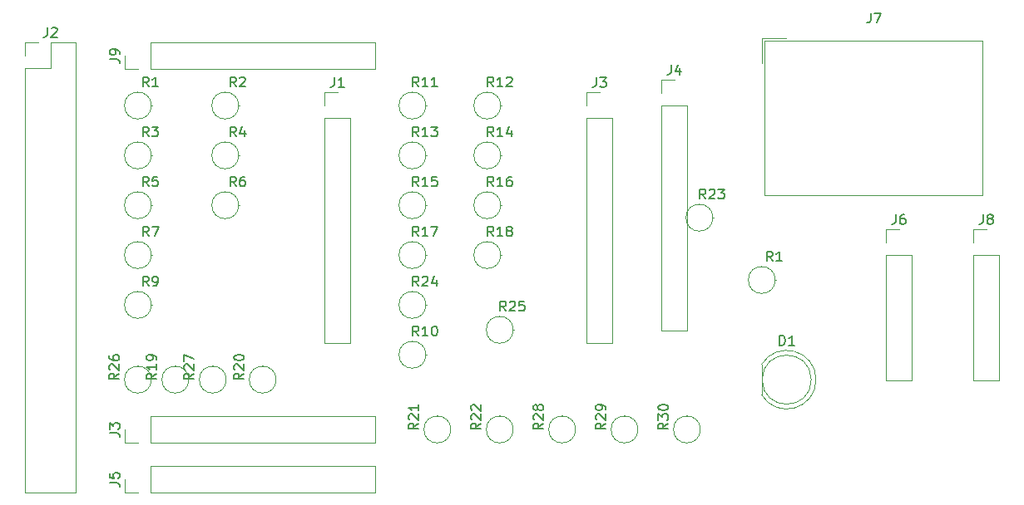
<source format=gbr>
G04 #@! TF.GenerationSoftware,KiCad,Pcbnew,(5.1.2-1)-1*
G04 #@! TF.CreationDate,2019-07-02T18:11:31+10:00*
G04 #@! TF.ProjectId,pcb_combined,7063625f-636f-46d6-9269-6e65642e6b69,rev?*
G04 #@! TF.SameCoordinates,Original*
G04 #@! TF.FileFunction,Legend,Top*
G04 #@! TF.FilePolarity,Positive*
%FSLAX46Y46*%
G04 Gerber Fmt 4.6, Leading zero omitted, Abs format (unit mm)*
G04 Created by KiCad (PCBNEW (5.1.2-1)-1) date 2019-07-02 18:11:31*
%MOMM*%
%LPD*%
G04 APERTURE LIST*
%ADD10C,0.120000*%
%ADD11C,0.150000*%
G04 APERTURE END LIST*
D10*
X95190000Y-50740000D02*
X96520000Y-50740000D01*
X95190000Y-52070000D02*
X95190000Y-50740000D01*
X95190000Y-53340000D02*
X97850000Y-53340000D01*
X97850000Y-53340000D02*
X97850000Y-76260000D01*
X95190000Y-53340000D02*
X95190000Y-76260000D01*
X95190000Y-76260000D02*
X97850000Y-76260000D01*
X105660000Y-62460000D02*
X105660000Y-46760000D01*
X105660000Y-62460000D02*
X127860000Y-62460000D01*
X127860000Y-46760000D02*
X127860000Y-62460000D01*
X105660000Y-46760000D02*
X127860000Y-46760000D01*
X105410000Y-49010000D02*
X105410000Y-46510000D01*
X105410000Y-46510000D02*
X107910000Y-46510000D01*
X126940000Y-65980000D02*
X128270000Y-65980000D01*
X126940000Y-67310000D02*
X126940000Y-65980000D01*
X126940000Y-68580000D02*
X129600000Y-68580000D01*
X129600000Y-68580000D02*
X129600000Y-81340000D01*
X126940000Y-68580000D02*
X126940000Y-81340000D01*
X126940000Y-81340000D02*
X129600000Y-81340000D01*
X118050000Y-65980000D02*
X119380000Y-65980000D01*
X118050000Y-67310000D02*
X118050000Y-65980000D01*
X118050000Y-68580000D02*
X120710000Y-68580000D01*
X120710000Y-68580000D02*
X120710000Y-81340000D01*
X118050000Y-68580000D02*
X118050000Y-81340000D01*
X118050000Y-81340000D02*
X120710000Y-81340000D01*
X106780000Y-71120000D02*
X106850000Y-71120000D01*
X106780000Y-71120000D02*
G75*
G03X106780000Y-71120000I-1370000J0D01*
G01*
X97790000Y-84990000D02*
X97790000Y-84920000D01*
X99160000Y-86360000D02*
G75*
G03X99160000Y-86360000I-1370000J0D01*
G01*
X91440000Y-84990000D02*
X91440000Y-84920000D01*
X92810000Y-86360000D02*
G75*
G03X92810000Y-86360000I-1370000J0D01*
G01*
X85090000Y-84990000D02*
X85090000Y-84920000D01*
X86460000Y-86360000D02*
G75*
G03X86460000Y-86360000I-1370000J0D01*
G01*
X49530000Y-79910000D02*
X49530000Y-79840000D01*
X50900000Y-81280000D02*
G75*
G03X50900000Y-81280000I-1370000J0D01*
G01*
X41910000Y-79910000D02*
X41910000Y-79840000D01*
X43280000Y-81280000D02*
G75*
G03X43280000Y-81280000I-1370000J0D01*
G01*
X80110000Y-76200000D02*
X80180000Y-76200000D01*
X80110000Y-76200000D02*
G75*
G03X80110000Y-76200000I-1370000J0D01*
G01*
X71220000Y-73660000D02*
X71290000Y-73660000D01*
X71220000Y-73660000D02*
G75*
G03X71220000Y-73660000I-1370000J0D01*
G01*
X100430000Y-64770000D02*
X100500000Y-64770000D01*
X100430000Y-64770000D02*
G75*
G03X100430000Y-64770000I-1370000J0D01*
G01*
X78740000Y-84990000D02*
X78740000Y-84920000D01*
X80110000Y-86360000D02*
G75*
G03X80110000Y-86360000I-1370000J0D01*
G01*
X72390000Y-84990000D02*
X72390000Y-84920000D01*
X73760000Y-86360000D02*
G75*
G03X73760000Y-86360000I-1370000J0D01*
G01*
X54610000Y-79910000D02*
X54610000Y-79840000D01*
X55980000Y-81280000D02*
G75*
G03X55980000Y-81280000I-1370000J0D01*
G01*
X45720000Y-79910000D02*
X45720000Y-79840000D01*
X47090000Y-81280000D02*
G75*
G03X47090000Y-81280000I-1370000J0D01*
G01*
X78840000Y-68580000D02*
X78910000Y-68580000D01*
X78840000Y-68580000D02*
G75*
G03X78840000Y-68580000I-1370000J0D01*
G01*
X71220000Y-68580000D02*
X71290000Y-68580000D01*
X71220000Y-68580000D02*
G75*
G03X71220000Y-68580000I-1370000J0D01*
G01*
X78840000Y-63500000D02*
X78910000Y-63500000D01*
X78840000Y-63500000D02*
G75*
G03X78840000Y-63500000I-1370000J0D01*
G01*
X71220000Y-63500000D02*
X71290000Y-63500000D01*
X71220000Y-63500000D02*
G75*
G03X71220000Y-63500000I-1370000J0D01*
G01*
X78840000Y-58420000D02*
X78910000Y-58420000D01*
X78840000Y-58420000D02*
G75*
G03X78840000Y-58420000I-1370000J0D01*
G01*
X71220000Y-58420000D02*
X71290000Y-58420000D01*
X71220000Y-58420000D02*
G75*
G03X71220000Y-58420000I-1370000J0D01*
G01*
X78840000Y-53340000D02*
X78910000Y-53340000D01*
X78840000Y-53340000D02*
G75*
G03X78840000Y-53340000I-1370000J0D01*
G01*
X71220000Y-53340000D02*
X71290000Y-53340000D01*
X71220000Y-53340000D02*
G75*
G03X71220000Y-53340000I-1370000J0D01*
G01*
X71220000Y-78740000D02*
X71290000Y-78740000D01*
X71220000Y-78740000D02*
G75*
G03X71220000Y-78740000I-1370000J0D01*
G01*
X43280000Y-73660000D02*
X43350000Y-73660000D01*
X43280000Y-73660000D02*
G75*
G03X43280000Y-73660000I-1370000J0D01*
G01*
X43280000Y-68580000D02*
X43350000Y-68580000D01*
X43280000Y-68580000D02*
G75*
G03X43280000Y-68580000I-1370000J0D01*
G01*
X52170000Y-63500000D02*
X52240000Y-63500000D01*
X52170000Y-63500000D02*
G75*
G03X52170000Y-63500000I-1370000J0D01*
G01*
X43280000Y-63500000D02*
X43350000Y-63500000D01*
X43280000Y-63500000D02*
G75*
G03X43280000Y-63500000I-1370000J0D01*
G01*
X52170000Y-58420000D02*
X52240000Y-58420000D01*
X52170000Y-58420000D02*
G75*
G03X52170000Y-58420000I-1370000J0D01*
G01*
X43280000Y-58420000D02*
X43350000Y-58420000D01*
X43280000Y-58420000D02*
G75*
G03X43280000Y-58420000I-1370000J0D01*
G01*
X52170000Y-53340000D02*
X52240000Y-53340000D01*
X52170000Y-53340000D02*
G75*
G03X52170000Y-53340000I-1370000J0D01*
G01*
X43280000Y-53340000D02*
X43350000Y-53340000D01*
X43280000Y-53340000D02*
G75*
G03X43280000Y-53340000I-1370000J0D01*
G01*
X40580000Y-49590000D02*
X40580000Y-48260000D01*
X41910000Y-49590000D02*
X40580000Y-49590000D01*
X43180000Y-49590000D02*
X43180000Y-46930000D01*
X43180000Y-46930000D02*
X66100000Y-46930000D01*
X43180000Y-49590000D02*
X66100000Y-49590000D01*
X66100000Y-49590000D02*
X66100000Y-46930000D01*
X40580000Y-92770000D02*
X40580000Y-91440000D01*
X41910000Y-92770000D02*
X40580000Y-92770000D01*
X43180000Y-92770000D02*
X43180000Y-90110000D01*
X43180000Y-90110000D02*
X66100000Y-90110000D01*
X43180000Y-92770000D02*
X66100000Y-92770000D01*
X66100000Y-92770000D02*
X66100000Y-90110000D01*
X40580000Y-87690000D02*
X40580000Y-86360000D01*
X41910000Y-87690000D02*
X40580000Y-87690000D01*
X43180000Y-87690000D02*
X43180000Y-85030000D01*
X43180000Y-85030000D02*
X66100000Y-85030000D01*
X43180000Y-87690000D02*
X66100000Y-87690000D01*
X66100000Y-87690000D02*
X66100000Y-85030000D01*
X87570000Y-52010000D02*
X88900000Y-52010000D01*
X87570000Y-53340000D02*
X87570000Y-52010000D01*
X87570000Y-54610000D02*
X90230000Y-54610000D01*
X90230000Y-54610000D02*
X90230000Y-77530000D01*
X87570000Y-54610000D02*
X87570000Y-77530000D01*
X87570000Y-77530000D02*
X90230000Y-77530000D01*
X30420000Y-46930000D02*
X31750000Y-46930000D01*
X30420000Y-48260000D02*
X30420000Y-46930000D01*
X33020000Y-46930000D02*
X35620000Y-46930000D01*
X33020000Y-49530000D02*
X33020000Y-46930000D01*
X30420000Y-49530000D02*
X33020000Y-49530000D01*
X35620000Y-46930000D02*
X35620000Y-92770000D01*
X30420000Y-49530000D02*
X30420000Y-92770000D01*
X30420000Y-92770000D02*
X35620000Y-92770000D01*
X60900000Y-52010000D02*
X62230000Y-52010000D01*
X60900000Y-53340000D02*
X60900000Y-52010000D01*
X60900000Y-54610000D02*
X63560000Y-54610000D01*
X63560000Y-54610000D02*
X63560000Y-77530000D01*
X60900000Y-54610000D02*
X60900000Y-77530000D01*
X60900000Y-77530000D02*
X63560000Y-77530000D01*
X105390000Y-79735000D02*
X105390000Y-82825000D01*
X110450000Y-81280000D02*
G75*
G03X110450000Y-81280000I-2500000J0D01*
G01*
X110940000Y-81279538D02*
G75*
G02X105390000Y-82824830I-2990000J-462D01*
G01*
X110940000Y-81280462D02*
G75*
G03X105390000Y-79735170I-2990000J462D01*
G01*
D11*
X96186666Y-49192380D02*
X96186666Y-49906666D01*
X96139047Y-50049523D01*
X96043809Y-50144761D01*
X95900952Y-50192380D01*
X95805714Y-50192380D01*
X97091428Y-49525714D02*
X97091428Y-50192380D01*
X96853333Y-49144761D02*
X96615238Y-49859047D01*
X97234285Y-49859047D01*
X116506666Y-43902380D02*
X116506666Y-44616666D01*
X116459047Y-44759523D01*
X116363809Y-44854761D01*
X116220952Y-44902380D01*
X116125714Y-44902380D01*
X116887619Y-43902380D02*
X117554285Y-43902380D01*
X117125714Y-44902380D01*
X127936666Y-64432380D02*
X127936666Y-65146666D01*
X127889047Y-65289523D01*
X127793809Y-65384761D01*
X127650952Y-65432380D01*
X127555714Y-65432380D01*
X128555714Y-64860952D02*
X128460476Y-64813333D01*
X128412857Y-64765714D01*
X128365238Y-64670476D01*
X128365238Y-64622857D01*
X128412857Y-64527619D01*
X128460476Y-64480000D01*
X128555714Y-64432380D01*
X128746190Y-64432380D01*
X128841428Y-64480000D01*
X128889047Y-64527619D01*
X128936666Y-64622857D01*
X128936666Y-64670476D01*
X128889047Y-64765714D01*
X128841428Y-64813333D01*
X128746190Y-64860952D01*
X128555714Y-64860952D01*
X128460476Y-64908571D01*
X128412857Y-64956190D01*
X128365238Y-65051428D01*
X128365238Y-65241904D01*
X128412857Y-65337142D01*
X128460476Y-65384761D01*
X128555714Y-65432380D01*
X128746190Y-65432380D01*
X128841428Y-65384761D01*
X128889047Y-65337142D01*
X128936666Y-65241904D01*
X128936666Y-65051428D01*
X128889047Y-64956190D01*
X128841428Y-64908571D01*
X128746190Y-64860952D01*
X119046666Y-64432380D02*
X119046666Y-65146666D01*
X118999047Y-65289523D01*
X118903809Y-65384761D01*
X118760952Y-65432380D01*
X118665714Y-65432380D01*
X119951428Y-64432380D02*
X119760952Y-64432380D01*
X119665714Y-64480000D01*
X119618095Y-64527619D01*
X119522857Y-64670476D01*
X119475238Y-64860952D01*
X119475238Y-65241904D01*
X119522857Y-65337142D01*
X119570476Y-65384761D01*
X119665714Y-65432380D01*
X119856190Y-65432380D01*
X119951428Y-65384761D01*
X119999047Y-65337142D01*
X120046666Y-65241904D01*
X120046666Y-65003809D01*
X119999047Y-64908571D01*
X119951428Y-64860952D01*
X119856190Y-64813333D01*
X119665714Y-64813333D01*
X119570476Y-64860952D01*
X119522857Y-64908571D01*
X119475238Y-65003809D01*
X106513333Y-69202380D02*
X106180000Y-68726190D01*
X105941904Y-69202380D02*
X105941904Y-68202380D01*
X106322857Y-68202380D01*
X106418095Y-68250000D01*
X106465714Y-68297619D01*
X106513333Y-68392857D01*
X106513333Y-68535714D01*
X106465714Y-68630952D01*
X106418095Y-68678571D01*
X106322857Y-68726190D01*
X105941904Y-68726190D01*
X107465714Y-69202380D02*
X106894285Y-69202380D01*
X107180000Y-69202380D02*
X107180000Y-68202380D01*
X107084761Y-68345238D01*
X106989523Y-68440476D01*
X106894285Y-68488095D01*
X95872380Y-85732857D02*
X95396190Y-86066190D01*
X95872380Y-86304285D02*
X94872380Y-86304285D01*
X94872380Y-85923333D01*
X94920000Y-85828095D01*
X94967619Y-85780476D01*
X95062857Y-85732857D01*
X95205714Y-85732857D01*
X95300952Y-85780476D01*
X95348571Y-85828095D01*
X95396190Y-85923333D01*
X95396190Y-86304285D01*
X94872380Y-85399523D02*
X94872380Y-84780476D01*
X95253333Y-85113809D01*
X95253333Y-84970952D01*
X95300952Y-84875714D01*
X95348571Y-84828095D01*
X95443809Y-84780476D01*
X95681904Y-84780476D01*
X95777142Y-84828095D01*
X95824761Y-84875714D01*
X95872380Y-84970952D01*
X95872380Y-85256666D01*
X95824761Y-85351904D01*
X95777142Y-85399523D01*
X94872380Y-84161428D02*
X94872380Y-84066190D01*
X94920000Y-83970952D01*
X94967619Y-83923333D01*
X95062857Y-83875714D01*
X95253333Y-83828095D01*
X95491428Y-83828095D01*
X95681904Y-83875714D01*
X95777142Y-83923333D01*
X95824761Y-83970952D01*
X95872380Y-84066190D01*
X95872380Y-84161428D01*
X95824761Y-84256666D01*
X95777142Y-84304285D01*
X95681904Y-84351904D01*
X95491428Y-84399523D01*
X95253333Y-84399523D01*
X95062857Y-84351904D01*
X94967619Y-84304285D01*
X94920000Y-84256666D01*
X94872380Y-84161428D01*
X89522380Y-85732857D02*
X89046190Y-86066190D01*
X89522380Y-86304285D02*
X88522380Y-86304285D01*
X88522380Y-85923333D01*
X88570000Y-85828095D01*
X88617619Y-85780476D01*
X88712857Y-85732857D01*
X88855714Y-85732857D01*
X88950952Y-85780476D01*
X88998571Y-85828095D01*
X89046190Y-85923333D01*
X89046190Y-86304285D01*
X88617619Y-85351904D02*
X88570000Y-85304285D01*
X88522380Y-85209047D01*
X88522380Y-84970952D01*
X88570000Y-84875714D01*
X88617619Y-84828095D01*
X88712857Y-84780476D01*
X88808095Y-84780476D01*
X88950952Y-84828095D01*
X89522380Y-85399523D01*
X89522380Y-84780476D01*
X89522380Y-84304285D02*
X89522380Y-84113809D01*
X89474761Y-84018571D01*
X89427142Y-83970952D01*
X89284285Y-83875714D01*
X89093809Y-83828095D01*
X88712857Y-83828095D01*
X88617619Y-83875714D01*
X88570000Y-83923333D01*
X88522380Y-84018571D01*
X88522380Y-84209047D01*
X88570000Y-84304285D01*
X88617619Y-84351904D01*
X88712857Y-84399523D01*
X88950952Y-84399523D01*
X89046190Y-84351904D01*
X89093809Y-84304285D01*
X89141428Y-84209047D01*
X89141428Y-84018571D01*
X89093809Y-83923333D01*
X89046190Y-83875714D01*
X88950952Y-83828095D01*
X83172380Y-85732857D02*
X82696190Y-86066190D01*
X83172380Y-86304285D02*
X82172380Y-86304285D01*
X82172380Y-85923333D01*
X82220000Y-85828095D01*
X82267619Y-85780476D01*
X82362857Y-85732857D01*
X82505714Y-85732857D01*
X82600952Y-85780476D01*
X82648571Y-85828095D01*
X82696190Y-85923333D01*
X82696190Y-86304285D01*
X82267619Y-85351904D02*
X82220000Y-85304285D01*
X82172380Y-85209047D01*
X82172380Y-84970952D01*
X82220000Y-84875714D01*
X82267619Y-84828095D01*
X82362857Y-84780476D01*
X82458095Y-84780476D01*
X82600952Y-84828095D01*
X83172380Y-85399523D01*
X83172380Y-84780476D01*
X82600952Y-84209047D02*
X82553333Y-84304285D01*
X82505714Y-84351904D01*
X82410476Y-84399523D01*
X82362857Y-84399523D01*
X82267619Y-84351904D01*
X82220000Y-84304285D01*
X82172380Y-84209047D01*
X82172380Y-84018571D01*
X82220000Y-83923333D01*
X82267619Y-83875714D01*
X82362857Y-83828095D01*
X82410476Y-83828095D01*
X82505714Y-83875714D01*
X82553333Y-83923333D01*
X82600952Y-84018571D01*
X82600952Y-84209047D01*
X82648571Y-84304285D01*
X82696190Y-84351904D01*
X82791428Y-84399523D01*
X82981904Y-84399523D01*
X83077142Y-84351904D01*
X83124761Y-84304285D01*
X83172380Y-84209047D01*
X83172380Y-84018571D01*
X83124761Y-83923333D01*
X83077142Y-83875714D01*
X82981904Y-83828095D01*
X82791428Y-83828095D01*
X82696190Y-83875714D01*
X82648571Y-83923333D01*
X82600952Y-84018571D01*
X47612380Y-80652857D02*
X47136190Y-80986190D01*
X47612380Y-81224285D02*
X46612380Y-81224285D01*
X46612380Y-80843333D01*
X46660000Y-80748095D01*
X46707619Y-80700476D01*
X46802857Y-80652857D01*
X46945714Y-80652857D01*
X47040952Y-80700476D01*
X47088571Y-80748095D01*
X47136190Y-80843333D01*
X47136190Y-81224285D01*
X46707619Y-80271904D02*
X46660000Y-80224285D01*
X46612380Y-80129047D01*
X46612380Y-79890952D01*
X46660000Y-79795714D01*
X46707619Y-79748095D01*
X46802857Y-79700476D01*
X46898095Y-79700476D01*
X47040952Y-79748095D01*
X47612380Y-80319523D01*
X47612380Y-79700476D01*
X46612380Y-79367142D02*
X46612380Y-78700476D01*
X47612380Y-79129047D01*
X39992380Y-80652857D02*
X39516190Y-80986190D01*
X39992380Y-81224285D02*
X38992380Y-81224285D01*
X38992380Y-80843333D01*
X39040000Y-80748095D01*
X39087619Y-80700476D01*
X39182857Y-80652857D01*
X39325714Y-80652857D01*
X39420952Y-80700476D01*
X39468571Y-80748095D01*
X39516190Y-80843333D01*
X39516190Y-81224285D01*
X39087619Y-80271904D02*
X39040000Y-80224285D01*
X38992380Y-80129047D01*
X38992380Y-79890952D01*
X39040000Y-79795714D01*
X39087619Y-79748095D01*
X39182857Y-79700476D01*
X39278095Y-79700476D01*
X39420952Y-79748095D01*
X39992380Y-80319523D01*
X39992380Y-79700476D01*
X38992380Y-78843333D02*
X38992380Y-79033809D01*
X39040000Y-79129047D01*
X39087619Y-79176666D01*
X39230476Y-79271904D01*
X39420952Y-79319523D01*
X39801904Y-79319523D01*
X39897142Y-79271904D01*
X39944761Y-79224285D01*
X39992380Y-79129047D01*
X39992380Y-78938571D01*
X39944761Y-78843333D01*
X39897142Y-78795714D01*
X39801904Y-78748095D01*
X39563809Y-78748095D01*
X39468571Y-78795714D01*
X39420952Y-78843333D01*
X39373333Y-78938571D01*
X39373333Y-79129047D01*
X39420952Y-79224285D01*
X39468571Y-79271904D01*
X39563809Y-79319523D01*
X79367142Y-74282380D02*
X79033809Y-73806190D01*
X78795714Y-74282380D02*
X78795714Y-73282380D01*
X79176666Y-73282380D01*
X79271904Y-73330000D01*
X79319523Y-73377619D01*
X79367142Y-73472857D01*
X79367142Y-73615714D01*
X79319523Y-73710952D01*
X79271904Y-73758571D01*
X79176666Y-73806190D01*
X78795714Y-73806190D01*
X79748095Y-73377619D02*
X79795714Y-73330000D01*
X79890952Y-73282380D01*
X80129047Y-73282380D01*
X80224285Y-73330000D01*
X80271904Y-73377619D01*
X80319523Y-73472857D01*
X80319523Y-73568095D01*
X80271904Y-73710952D01*
X79700476Y-74282380D01*
X80319523Y-74282380D01*
X81224285Y-73282380D02*
X80748095Y-73282380D01*
X80700476Y-73758571D01*
X80748095Y-73710952D01*
X80843333Y-73663333D01*
X81081428Y-73663333D01*
X81176666Y-73710952D01*
X81224285Y-73758571D01*
X81271904Y-73853809D01*
X81271904Y-74091904D01*
X81224285Y-74187142D01*
X81176666Y-74234761D01*
X81081428Y-74282380D01*
X80843333Y-74282380D01*
X80748095Y-74234761D01*
X80700476Y-74187142D01*
X70477142Y-71742380D02*
X70143809Y-71266190D01*
X69905714Y-71742380D02*
X69905714Y-70742380D01*
X70286666Y-70742380D01*
X70381904Y-70790000D01*
X70429523Y-70837619D01*
X70477142Y-70932857D01*
X70477142Y-71075714D01*
X70429523Y-71170952D01*
X70381904Y-71218571D01*
X70286666Y-71266190D01*
X69905714Y-71266190D01*
X70858095Y-70837619D02*
X70905714Y-70790000D01*
X71000952Y-70742380D01*
X71239047Y-70742380D01*
X71334285Y-70790000D01*
X71381904Y-70837619D01*
X71429523Y-70932857D01*
X71429523Y-71028095D01*
X71381904Y-71170952D01*
X70810476Y-71742380D01*
X71429523Y-71742380D01*
X72286666Y-71075714D02*
X72286666Y-71742380D01*
X72048571Y-70694761D02*
X71810476Y-71409047D01*
X72429523Y-71409047D01*
X99687142Y-62852380D02*
X99353809Y-62376190D01*
X99115714Y-62852380D02*
X99115714Y-61852380D01*
X99496666Y-61852380D01*
X99591904Y-61900000D01*
X99639523Y-61947619D01*
X99687142Y-62042857D01*
X99687142Y-62185714D01*
X99639523Y-62280952D01*
X99591904Y-62328571D01*
X99496666Y-62376190D01*
X99115714Y-62376190D01*
X100068095Y-61947619D02*
X100115714Y-61900000D01*
X100210952Y-61852380D01*
X100449047Y-61852380D01*
X100544285Y-61900000D01*
X100591904Y-61947619D01*
X100639523Y-62042857D01*
X100639523Y-62138095D01*
X100591904Y-62280952D01*
X100020476Y-62852380D01*
X100639523Y-62852380D01*
X100972857Y-61852380D02*
X101591904Y-61852380D01*
X101258571Y-62233333D01*
X101401428Y-62233333D01*
X101496666Y-62280952D01*
X101544285Y-62328571D01*
X101591904Y-62423809D01*
X101591904Y-62661904D01*
X101544285Y-62757142D01*
X101496666Y-62804761D01*
X101401428Y-62852380D01*
X101115714Y-62852380D01*
X101020476Y-62804761D01*
X100972857Y-62757142D01*
X76822380Y-85732857D02*
X76346190Y-86066190D01*
X76822380Y-86304285D02*
X75822380Y-86304285D01*
X75822380Y-85923333D01*
X75870000Y-85828095D01*
X75917619Y-85780476D01*
X76012857Y-85732857D01*
X76155714Y-85732857D01*
X76250952Y-85780476D01*
X76298571Y-85828095D01*
X76346190Y-85923333D01*
X76346190Y-86304285D01*
X75917619Y-85351904D02*
X75870000Y-85304285D01*
X75822380Y-85209047D01*
X75822380Y-84970952D01*
X75870000Y-84875714D01*
X75917619Y-84828095D01*
X76012857Y-84780476D01*
X76108095Y-84780476D01*
X76250952Y-84828095D01*
X76822380Y-85399523D01*
X76822380Y-84780476D01*
X75917619Y-84399523D02*
X75870000Y-84351904D01*
X75822380Y-84256666D01*
X75822380Y-84018571D01*
X75870000Y-83923333D01*
X75917619Y-83875714D01*
X76012857Y-83828095D01*
X76108095Y-83828095D01*
X76250952Y-83875714D01*
X76822380Y-84447142D01*
X76822380Y-83828095D01*
X70472380Y-85732857D02*
X69996190Y-86066190D01*
X70472380Y-86304285D02*
X69472380Y-86304285D01*
X69472380Y-85923333D01*
X69520000Y-85828095D01*
X69567619Y-85780476D01*
X69662857Y-85732857D01*
X69805714Y-85732857D01*
X69900952Y-85780476D01*
X69948571Y-85828095D01*
X69996190Y-85923333D01*
X69996190Y-86304285D01*
X69567619Y-85351904D02*
X69520000Y-85304285D01*
X69472380Y-85209047D01*
X69472380Y-84970952D01*
X69520000Y-84875714D01*
X69567619Y-84828095D01*
X69662857Y-84780476D01*
X69758095Y-84780476D01*
X69900952Y-84828095D01*
X70472380Y-85399523D01*
X70472380Y-84780476D01*
X70472380Y-83828095D02*
X70472380Y-84399523D01*
X70472380Y-84113809D02*
X69472380Y-84113809D01*
X69615238Y-84209047D01*
X69710476Y-84304285D01*
X69758095Y-84399523D01*
X52692380Y-80652857D02*
X52216190Y-80986190D01*
X52692380Y-81224285D02*
X51692380Y-81224285D01*
X51692380Y-80843333D01*
X51740000Y-80748095D01*
X51787619Y-80700476D01*
X51882857Y-80652857D01*
X52025714Y-80652857D01*
X52120952Y-80700476D01*
X52168571Y-80748095D01*
X52216190Y-80843333D01*
X52216190Y-81224285D01*
X51787619Y-80271904D02*
X51740000Y-80224285D01*
X51692380Y-80129047D01*
X51692380Y-79890952D01*
X51740000Y-79795714D01*
X51787619Y-79748095D01*
X51882857Y-79700476D01*
X51978095Y-79700476D01*
X52120952Y-79748095D01*
X52692380Y-80319523D01*
X52692380Y-79700476D01*
X51692380Y-79081428D02*
X51692380Y-78986190D01*
X51740000Y-78890952D01*
X51787619Y-78843333D01*
X51882857Y-78795714D01*
X52073333Y-78748095D01*
X52311428Y-78748095D01*
X52501904Y-78795714D01*
X52597142Y-78843333D01*
X52644761Y-78890952D01*
X52692380Y-78986190D01*
X52692380Y-79081428D01*
X52644761Y-79176666D01*
X52597142Y-79224285D01*
X52501904Y-79271904D01*
X52311428Y-79319523D01*
X52073333Y-79319523D01*
X51882857Y-79271904D01*
X51787619Y-79224285D01*
X51740000Y-79176666D01*
X51692380Y-79081428D01*
X43802380Y-80652857D02*
X43326190Y-80986190D01*
X43802380Y-81224285D02*
X42802380Y-81224285D01*
X42802380Y-80843333D01*
X42850000Y-80748095D01*
X42897619Y-80700476D01*
X42992857Y-80652857D01*
X43135714Y-80652857D01*
X43230952Y-80700476D01*
X43278571Y-80748095D01*
X43326190Y-80843333D01*
X43326190Y-81224285D01*
X43802380Y-79700476D02*
X43802380Y-80271904D01*
X43802380Y-79986190D02*
X42802380Y-79986190D01*
X42945238Y-80081428D01*
X43040476Y-80176666D01*
X43088095Y-80271904D01*
X43802380Y-79224285D02*
X43802380Y-79033809D01*
X43754761Y-78938571D01*
X43707142Y-78890952D01*
X43564285Y-78795714D01*
X43373809Y-78748095D01*
X42992857Y-78748095D01*
X42897619Y-78795714D01*
X42850000Y-78843333D01*
X42802380Y-78938571D01*
X42802380Y-79129047D01*
X42850000Y-79224285D01*
X42897619Y-79271904D01*
X42992857Y-79319523D01*
X43230952Y-79319523D01*
X43326190Y-79271904D01*
X43373809Y-79224285D01*
X43421428Y-79129047D01*
X43421428Y-78938571D01*
X43373809Y-78843333D01*
X43326190Y-78795714D01*
X43230952Y-78748095D01*
X78097142Y-66662380D02*
X77763809Y-66186190D01*
X77525714Y-66662380D02*
X77525714Y-65662380D01*
X77906666Y-65662380D01*
X78001904Y-65710000D01*
X78049523Y-65757619D01*
X78097142Y-65852857D01*
X78097142Y-65995714D01*
X78049523Y-66090952D01*
X78001904Y-66138571D01*
X77906666Y-66186190D01*
X77525714Y-66186190D01*
X79049523Y-66662380D02*
X78478095Y-66662380D01*
X78763809Y-66662380D02*
X78763809Y-65662380D01*
X78668571Y-65805238D01*
X78573333Y-65900476D01*
X78478095Y-65948095D01*
X79620952Y-66090952D02*
X79525714Y-66043333D01*
X79478095Y-65995714D01*
X79430476Y-65900476D01*
X79430476Y-65852857D01*
X79478095Y-65757619D01*
X79525714Y-65710000D01*
X79620952Y-65662380D01*
X79811428Y-65662380D01*
X79906666Y-65710000D01*
X79954285Y-65757619D01*
X80001904Y-65852857D01*
X80001904Y-65900476D01*
X79954285Y-65995714D01*
X79906666Y-66043333D01*
X79811428Y-66090952D01*
X79620952Y-66090952D01*
X79525714Y-66138571D01*
X79478095Y-66186190D01*
X79430476Y-66281428D01*
X79430476Y-66471904D01*
X79478095Y-66567142D01*
X79525714Y-66614761D01*
X79620952Y-66662380D01*
X79811428Y-66662380D01*
X79906666Y-66614761D01*
X79954285Y-66567142D01*
X80001904Y-66471904D01*
X80001904Y-66281428D01*
X79954285Y-66186190D01*
X79906666Y-66138571D01*
X79811428Y-66090952D01*
X70477142Y-66662380D02*
X70143809Y-66186190D01*
X69905714Y-66662380D02*
X69905714Y-65662380D01*
X70286666Y-65662380D01*
X70381904Y-65710000D01*
X70429523Y-65757619D01*
X70477142Y-65852857D01*
X70477142Y-65995714D01*
X70429523Y-66090952D01*
X70381904Y-66138571D01*
X70286666Y-66186190D01*
X69905714Y-66186190D01*
X71429523Y-66662380D02*
X70858095Y-66662380D01*
X71143809Y-66662380D02*
X71143809Y-65662380D01*
X71048571Y-65805238D01*
X70953333Y-65900476D01*
X70858095Y-65948095D01*
X71762857Y-65662380D02*
X72429523Y-65662380D01*
X72000952Y-66662380D01*
X78097142Y-61582380D02*
X77763809Y-61106190D01*
X77525714Y-61582380D02*
X77525714Y-60582380D01*
X77906666Y-60582380D01*
X78001904Y-60630000D01*
X78049523Y-60677619D01*
X78097142Y-60772857D01*
X78097142Y-60915714D01*
X78049523Y-61010952D01*
X78001904Y-61058571D01*
X77906666Y-61106190D01*
X77525714Y-61106190D01*
X79049523Y-61582380D02*
X78478095Y-61582380D01*
X78763809Y-61582380D02*
X78763809Y-60582380D01*
X78668571Y-60725238D01*
X78573333Y-60820476D01*
X78478095Y-60868095D01*
X79906666Y-60582380D02*
X79716190Y-60582380D01*
X79620952Y-60630000D01*
X79573333Y-60677619D01*
X79478095Y-60820476D01*
X79430476Y-61010952D01*
X79430476Y-61391904D01*
X79478095Y-61487142D01*
X79525714Y-61534761D01*
X79620952Y-61582380D01*
X79811428Y-61582380D01*
X79906666Y-61534761D01*
X79954285Y-61487142D01*
X80001904Y-61391904D01*
X80001904Y-61153809D01*
X79954285Y-61058571D01*
X79906666Y-61010952D01*
X79811428Y-60963333D01*
X79620952Y-60963333D01*
X79525714Y-61010952D01*
X79478095Y-61058571D01*
X79430476Y-61153809D01*
X70477142Y-61582380D02*
X70143809Y-61106190D01*
X69905714Y-61582380D02*
X69905714Y-60582380D01*
X70286666Y-60582380D01*
X70381904Y-60630000D01*
X70429523Y-60677619D01*
X70477142Y-60772857D01*
X70477142Y-60915714D01*
X70429523Y-61010952D01*
X70381904Y-61058571D01*
X70286666Y-61106190D01*
X69905714Y-61106190D01*
X71429523Y-61582380D02*
X70858095Y-61582380D01*
X71143809Y-61582380D02*
X71143809Y-60582380D01*
X71048571Y-60725238D01*
X70953333Y-60820476D01*
X70858095Y-60868095D01*
X72334285Y-60582380D02*
X71858095Y-60582380D01*
X71810476Y-61058571D01*
X71858095Y-61010952D01*
X71953333Y-60963333D01*
X72191428Y-60963333D01*
X72286666Y-61010952D01*
X72334285Y-61058571D01*
X72381904Y-61153809D01*
X72381904Y-61391904D01*
X72334285Y-61487142D01*
X72286666Y-61534761D01*
X72191428Y-61582380D01*
X71953333Y-61582380D01*
X71858095Y-61534761D01*
X71810476Y-61487142D01*
X78097142Y-56502380D02*
X77763809Y-56026190D01*
X77525714Y-56502380D02*
X77525714Y-55502380D01*
X77906666Y-55502380D01*
X78001904Y-55550000D01*
X78049523Y-55597619D01*
X78097142Y-55692857D01*
X78097142Y-55835714D01*
X78049523Y-55930952D01*
X78001904Y-55978571D01*
X77906666Y-56026190D01*
X77525714Y-56026190D01*
X79049523Y-56502380D02*
X78478095Y-56502380D01*
X78763809Y-56502380D02*
X78763809Y-55502380D01*
X78668571Y-55645238D01*
X78573333Y-55740476D01*
X78478095Y-55788095D01*
X79906666Y-55835714D02*
X79906666Y-56502380D01*
X79668571Y-55454761D02*
X79430476Y-56169047D01*
X80049523Y-56169047D01*
X70477142Y-56502380D02*
X70143809Y-56026190D01*
X69905714Y-56502380D02*
X69905714Y-55502380D01*
X70286666Y-55502380D01*
X70381904Y-55550000D01*
X70429523Y-55597619D01*
X70477142Y-55692857D01*
X70477142Y-55835714D01*
X70429523Y-55930952D01*
X70381904Y-55978571D01*
X70286666Y-56026190D01*
X69905714Y-56026190D01*
X71429523Y-56502380D02*
X70858095Y-56502380D01*
X71143809Y-56502380D02*
X71143809Y-55502380D01*
X71048571Y-55645238D01*
X70953333Y-55740476D01*
X70858095Y-55788095D01*
X71762857Y-55502380D02*
X72381904Y-55502380D01*
X72048571Y-55883333D01*
X72191428Y-55883333D01*
X72286666Y-55930952D01*
X72334285Y-55978571D01*
X72381904Y-56073809D01*
X72381904Y-56311904D01*
X72334285Y-56407142D01*
X72286666Y-56454761D01*
X72191428Y-56502380D01*
X71905714Y-56502380D01*
X71810476Y-56454761D01*
X71762857Y-56407142D01*
X78097142Y-51422380D02*
X77763809Y-50946190D01*
X77525714Y-51422380D02*
X77525714Y-50422380D01*
X77906666Y-50422380D01*
X78001904Y-50470000D01*
X78049523Y-50517619D01*
X78097142Y-50612857D01*
X78097142Y-50755714D01*
X78049523Y-50850952D01*
X78001904Y-50898571D01*
X77906666Y-50946190D01*
X77525714Y-50946190D01*
X79049523Y-51422380D02*
X78478095Y-51422380D01*
X78763809Y-51422380D02*
X78763809Y-50422380D01*
X78668571Y-50565238D01*
X78573333Y-50660476D01*
X78478095Y-50708095D01*
X79430476Y-50517619D02*
X79478095Y-50470000D01*
X79573333Y-50422380D01*
X79811428Y-50422380D01*
X79906666Y-50470000D01*
X79954285Y-50517619D01*
X80001904Y-50612857D01*
X80001904Y-50708095D01*
X79954285Y-50850952D01*
X79382857Y-51422380D01*
X80001904Y-51422380D01*
X70477142Y-51422380D02*
X70143809Y-50946190D01*
X69905714Y-51422380D02*
X69905714Y-50422380D01*
X70286666Y-50422380D01*
X70381904Y-50470000D01*
X70429523Y-50517619D01*
X70477142Y-50612857D01*
X70477142Y-50755714D01*
X70429523Y-50850952D01*
X70381904Y-50898571D01*
X70286666Y-50946190D01*
X69905714Y-50946190D01*
X71429523Y-51422380D02*
X70858095Y-51422380D01*
X71143809Y-51422380D02*
X71143809Y-50422380D01*
X71048571Y-50565238D01*
X70953333Y-50660476D01*
X70858095Y-50708095D01*
X72381904Y-51422380D02*
X71810476Y-51422380D01*
X72096190Y-51422380D02*
X72096190Y-50422380D01*
X72000952Y-50565238D01*
X71905714Y-50660476D01*
X71810476Y-50708095D01*
X70477142Y-76822380D02*
X70143809Y-76346190D01*
X69905714Y-76822380D02*
X69905714Y-75822380D01*
X70286666Y-75822380D01*
X70381904Y-75870000D01*
X70429523Y-75917619D01*
X70477142Y-76012857D01*
X70477142Y-76155714D01*
X70429523Y-76250952D01*
X70381904Y-76298571D01*
X70286666Y-76346190D01*
X69905714Y-76346190D01*
X71429523Y-76822380D02*
X70858095Y-76822380D01*
X71143809Y-76822380D02*
X71143809Y-75822380D01*
X71048571Y-75965238D01*
X70953333Y-76060476D01*
X70858095Y-76108095D01*
X72048571Y-75822380D02*
X72143809Y-75822380D01*
X72239047Y-75870000D01*
X72286666Y-75917619D01*
X72334285Y-76012857D01*
X72381904Y-76203333D01*
X72381904Y-76441428D01*
X72334285Y-76631904D01*
X72286666Y-76727142D01*
X72239047Y-76774761D01*
X72143809Y-76822380D01*
X72048571Y-76822380D01*
X71953333Y-76774761D01*
X71905714Y-76727142D01*
X71858095Y-76631904D01*
X71810476Y-76441428D01*
X71810476Y-76203333D01*
X71858095Y-76012857D01*
X71905714Y-75917619D01*
X71953333Y-75870000D01*
X72048571Y-75822380D01*
X43013333Y-71742380D02*
X42680000Y-71266190D01*
X42441904Y-71742380D02*
X42441904Y-70742380D01*
X42822857Y-70742380D01*
X42918095Y-70790000D01*
X42965714Y-70837619D01*
X43013333Y-70932857D01*
X43013333Y-71075714D01*
X42965714Y-71170952D01*
X42918095Y-71218571D01*
X42822857Y-71266190D01*
X42441904Y-71266190D01*
X43489523Y-71742380D02*
X43680000Y-71742380D01*
X43775238Y-71694761D01*
X43822857Y-71647142D01*
X43918095Y-71504285D01*
X43965714Y-71313809D01*
X43965714Y-70932857D01*
X43918095Y-70837619D01*
X43870476Y-70790000D01*
X43775238Y-70742380D01*
X43584761Y-70742380D01*
X43489523Y-70790000D01*
X43441904Y-70837619D01*
X43394285Y-70932857D01*
X43394285Y-71170952D01*
X43441904Y-71266190D01*
X43489523Y-71313809D01*
X43584761Y-71361428D01*
X43775238Y-71361428D01*
X43870476Y-71313809D01*
X43918095Y-71266190D01*
X43965714Y-71170952D01*
X43013333Y-66662380D02*
X42680000Y-66186190D01*
X42441904Y-66662380D02*
X42441904Y-65662380D01*
X42822857Y-65662380D01*
X42918095Y-65710000D01*
X42965714Y-65757619D01*
X43013333Y-65852857D01*
X43013333Y-65995714D01*
X42965714Y-66090952D01*
X42918095Y-66138571D01*
X42822857Y-66186190D01*
X42441904Y-66186190D01*
X43346666Y-65662380D02*
X44013333Y-65662380D01*
X43584761Y-66662380D01*
X51903333Y-61582380D02*
X51570000Y-61106190D01*
X51331904Y-61582380D02*
X51331904Y-60582380D01*
X51712857Y-60582380D01*
X51808095Y-60630000D01*
X51855714Y-60677619D01*
X51903333Y-60772857D01*
X51903333Y-60915714D01*
X51855714Y-61010952D01*
X51808095Y-61058571D01*
X51712857Y-61106190D01*
X51331904Y-61106190D01*
X52760476Y-60582380D02*
X52570000Y-60582380D01*
X52474761Y-60630000D01*
X52427142Y-60677619D01*
X52331904Y-60820476D01*
X52284285Y-61010952D01*
X52284285Y-61391904D01*
X52331904Y-61487142D01*
X52379523Y-61534761D01*
X52474761Y-61582380D01*
X52665238Y-61582380D01*
X52760476Y-61534761D01*
X52808095Y-61487142D01*
X52855714Y-61391904D01*
X52855714Y-61153809D01*
X52808095Y-61058571D01*
X52760476Y-61010952D01*
X52665238Y-60963333D01*
X52474761Y-60963333D01*
X52379523Y-61010952D01*
X52331904Y-61058571D01*
X52284285Y-61153809D01*
X43013333Y-61582380D02*
X42680000Y-61106190D01*
X42441904Y-61582380D02*
X42441904Y-60582380D01*
X42822857Y-60582380D01*
X42918095Y-60630000D01*
X42965714Y-60677619D01*
X43013333Y-60772857D01*
X43013333Y-60915714D01*
X42965714Y-61010952D01*
X42918095Y-61058571D01*
X42822857Y-61106190D01*
X42441904Y-61106190D01*
X43918095Y-60582380D02*
X43441904Y-60582380D01*
X43394285Y-61058571D01*
X43441904Y-61010952D01*
X43537142Y-60963333D01*
X43775238Y-60963333D01*
X43870476Y-61010952D01*
X43918095Y-61058571D01*
X43965714Y-61153809D01*
X43965714Y-61391904D01*
X43918095Y-61487142D01*
X43870476Y-61534761D01*
X43775238Y-61582380D01*
X43537142Y-61582380D01*
X43441904Y-61534761D01*
X43394285Y-61487142D01*
X51903333Y-56502380D02*
X51570000Y-56026190D01*
X51331904Y-56502380D02*
X51331904Y-55502380D01*
X51712857Y-55502380D01*
X51808095Y-55550000D01*
X51855714Y-55597619D01*
X51903333Y-55692857D01*
X51903333Y-55835714D01*
X51855714Y-55930952D01*
X51808095Y-55978571D01*
X51712857Y-56026190D01*
X51331904Y-56026190D01*
X52760476Y-55835714D02*
X52760476Y-56502380D01*
X52522380Y-55454761D02*
X52284285Y-56169047D01*
X52903333Y-56169047D01*
X43013333Y-56502380D02*
X42680000Y-56026190D01*
X42441904Y-56502380D02*
X42441904Y-55502380D01*
X42822857Y-55502380D01*
X42918095Y-55550000D01*
X42965714Y-55597619D01*
X43013333Y-55692857D01*
X43013333Y-55835714D01*
X42965714Y-55930952D01*
X42918095Y-55978571D01*
X42822857Y-56026190D01*
X42441904Y-56026190D01*
X43346666Y-55502380D02*
X43965714Y-55502380D01*
X43632380Y-55883333D01*
X43775238Y-55883333D01*
X43870476Y-55930952D01*
X43918095Y-55978571D01*
X43965714Y-56073809D01*
X43965714Y-56311904D01*
X43918095Y-56407142D01*
X43870476Y-56454761D01*
X43775238Y-56502380D01*
X43489523Y-56502380D01*
X43394285Y-56454761D01*
X43346666Y-56407142D01*
X51903333Y-51422380D02*
X51570000Y-50946190D01*
X51331904Y-51422380D02*
X51331904Y-50422380D01*
X51712857Y-50422380D01*
X51808095Y-50470000D01*
X51855714Y-50517619D01*
X51903333Y-50612857D01*
X51903333Y-50755714D01*
X51855714Y-50850952D01*
X51808095Y-50898571D01*
X51712857Y-50946190D01*
X51331904Y-50946190D01*
X52284285Y-50517619D02*
X52331904Y-50470000D01*
X52427142Y-50422380D01*
X52665238Y-50422380D01*
X52760476Y-50470000D01*
X52808095Y-50517619D01*
X52855714Y-50612857D01*
X52855714Y-50708095D01*
X52808095Y-50850952D01*
X52236666Y-51422380D01*
X52855714Y-51422380D01*
X43013333Y-51422380D02*
X42680000Y-50946190D01*
X42441904Y-51422380D02*
X42441904Y-50422380D01*
X42822857Y-50422380D01*
X42918095Y-50470000D01*
X42965714Y-50517619D01*
X43013333Y-50612857D01*
X43013333Y-50755714D01*
X42965714Y-50850952D01*
X42918095Y-50898571D01*
X42822857Y-50946190D01*
X42441904Y-50946190D01*
X43965714Y-51422380D02*
X43394285Y-51422380D01*
X43680000Y-51422380D02*
X43680000Y-50422380D01*
X43584761Y-50565238D01*
X43489523Y-50660476D01*
X43394285Y-50708095D01*
X39032380Y-48593333D02*
X39746666Y-48593333D01*
X39889523Y-48640952D01*
X39984761Y-48736190D01*
X40032380Y-48879047D01*
X40032380Y-48974285D01*
X40032380Y-48069523D02*
X40032380Y-47879047D01*
X39984761Y-47783809D01*
X39937142Y-47736190D01*
X39794285Y-47640952D01*
X39603809Y-47593333D01*
X39222857Y-47593333D01*
X39127619Y-47640952D01*
X39080000Y-47688571D01*
X39032380Y-47783809D01*
X39032380Y-47974285D01*
X39080000Y-48069523D01*
X39127619Y-48117142D01*
X39222857Y-48164761D01*
X39460952Y-48164761D01*
X39556190Y-48117142D01*
X39603809Y-48069523D01*
X39651428Y-47974285D01*
X39651428Y-47783809D01*
X39603809Y-47688571D01*
X39556190Y-47640952D01*
X39460952Y-47593333D01*
X39032380Y-91773333D02*
X39746666Y-91773333D01*
X39889523Y-91820952D01*
X39984761Y-91916190D01*
X40032380Y-92059047D01*
X40032380Y-92154285D01*
X39032380Y-90820952D02*
X39032380Y-91297142D01*
X39508571Y-91344761D01*
X39460952Y-91297142D01*
X39413333Y-91201904D01*
X39413333Y-90963809D01*
X39460952Y-90868571D01*
X39508571Y-90820952D01*
X39603809Y-90773333D01*
X39841904Y-90773333D01*
X39937142Y-90820952D01*
X39984761Y-90868571D01*
X40032380Y-90963809D01*
X40032380Y-91201904D01*
X39984761Y-91297142D01*
X39937142Y-91344761D01*
X39032380Y-86693333D02*
X39746666Y-86693333D01*
X39889523Y-86740952D01*
X39984761Y-86836190D01*
X40032380Y-86979047D01*
X40032380Y-87074285D01*
X39032380Y-86312380D02*
X39032380Y-85693333D01*
X39413333Y-86026666D01*
X39413333Y-85883809D01*
X39460952Y-85788571D01*
X39508571Y-85740952D01*
X39603809Y-85693333D01*
X39841904Y-85693333D01*
X39937142Y-85740952D01*
X39984761Y-85788571D01*
X40032380Y-85883809D01*
X40032380Y-86169523D01*
X39984761Y-86264761D01*
X39937142Y-86312380D01*
X88566666Y-50462380D02*
X88566666Y-51176666D01*
X88519047Y-51319523D01*
X88423809Y-51414761D01*
X88280952Y-51462380D01*
X88185714Y-51462380D01*
X88947619Y-50462380D02*
X89566666Y-50462380D01*
X89233333Y-50843333D01*
X89376190Y-50843333D01*
X89471428Y-50890952D01*
X89519047Y-50938571D01*
X89566666Y-51033809D01*
X89566666Y-51271904D01*
X89519047Y-51367142D01*
X89471428Y-51414761D01*
X89376190Y-51462380D01*
X89090476Y-51462380D01*
X88995238Y-51414761D01*
X88947619Y-51367142D01*
X32686666Y-45382380D02*
X32686666Y-46096666D01*
X32639047Y-46239523D01*
X32543809Y-46334761D01*
X32400952Y-46382380D01*
X32305714Y-46382380D01*
X33115238Y-45477619D02*
X33162857Y-45430000D01*
X33258095Y-45382380D01*
X33496190Y-45382380D01*
X33591428Y-45430000D01*
X33639047Y-45477619D01*
X33686666Y-45572857D01*
X33686666Y-45668095D01*
X33639047Y-45810952D01*
X33067619Y-46382380D01*
X33686666Y-46382380D01*
X61896666Y-50462380D02*
X61896666Y-51176666D01*
X61849047Y-51319523D01*
X61753809Y-51414761D01*
X61610952Y-51462380D01*
X61515714Y-51462380D01*
X62896666Y-51462380D02*
X62325238Y-51462380D01*
X62610952Y-51462380D02*
X62610952Y-50462380D01*
X62515714Y-50605238D01*
X62420476Y-50700476D01*
X62325238Y-50748095D01*
X107211904Y-77772380D02*
X107211904Y-76772380D01*
X107450000Y-76772380D01*
X107592857Y-76820000D01*
X107688095Y-76915238D01*
X107735714Y-77010476D01*
X107783333Y-77200952D01*
X107783333Y-77343809D01*
X107735714Y-77534285D01*
X107688095Y-77629523D01*
X107592857Y-77724761D01*
X107450000Y-77772380D01*
X107211904Y-77772380D01*
X108735714Y-77772380D02*
X108164285Y-77772380D01*
X108450000Y-77772380D02*
X108450000Y-76772380D01*
X108354761Y-76915238D01*
X108259523Y-77010476D01*
X108164285Y-77058095D01*
M02*

</source>
